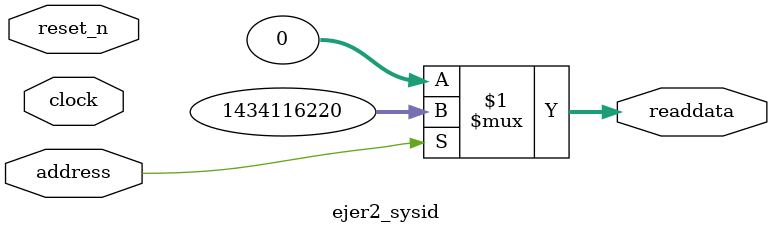
<source format=v>

`timescale 1ns / 1ps
// synthesis translate_on

// turn off superfluous verilog processor warnings 
// altera message_level Level1 
// altera message_off 10034 10035 10036 10037 10230 10240 10030 

module ejer2_sysid (
               // inputs:
                address,
                clock,
                reset_n,

               // outputs:
                readdata
             )
;

  output  [ 31: 0] readdata;
  input            address;
  input            clock;
  input            reset_n;

  wire    [ 31: 0] readdata;
  //control_slave, which is an e_avalon_slave
  assign readdata = address ? 1434116220 : 0;

endmodule




</source>
